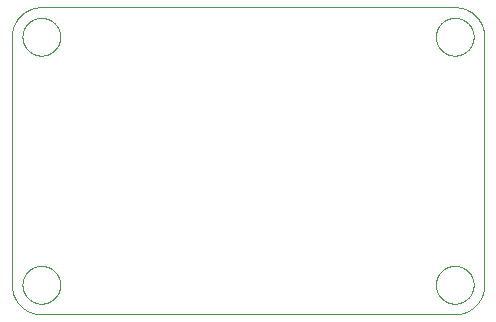
<source format=gbp>
G75*
%MOIN*%
%OFA0B0*%
%FSLAX25Y25*%
%IPPOS*%
%LPD*%
%AMOC8*
5,1,8,0,0,1.08239X$1,22.5*
%
%ADD10C,0.00000*%
D10*
X0013611Y0003769D02*
X0151406Y0003769D01*
X0145107Y0013611D02*
X0145109Y0013769D01*
X0145115Y0013927D01*
X0145125Y0014085D01*
X0145139Y0014243D01*
X0145157Y0014400D01*
X0145178Y0014557D01*
X0145204Y0014713D01*
X0145234Y0014869D01*
X0145267Y0015024D01*
X0145305Y0015177D01*
X0145346Y0015330D01*
X0145391Y0015482D01*
X0145440Y0015633D01*
X0145493Y0015782D01*
X0145549Y0015930D01*
X0145609Y0016076D01*
X0145673Y0016221D01*
X0145741Y0016364D01*
X0145812Y0016506D01*
X0145886Y0016646D01*
X0145964Y0016783D01*
X0146046Y0016919D01*
X0146130Y0017053D01*
X0146219Y0017184D01*
X0146310Y0017313D01*
X0146405Y0017440D01*
X0146502Y0017565D01*
X0146603Y0017687D01*
X0146707Y0017806D01*
X0146814Y0017923D01*
X0146924Y0018037D01*
X0147037Y0018148D01*
X0147152Y0018257D01*
X0147270Y0018362D01*
X0147391Y0018464D01*
X0147514Y0018564D01*
X0147640Y0018660D01*
X0147768Y0018753D01*
X0147898Y0018843D01*
X0148031Y0018929D01*
X0148166Y0019013D01*
X0148302Y0019092D01*
X0148441Y0019169D01*
X0148582Y0019241D01*
X0148724Y0019311D01*
X0148868Y0019376D01*
X0149014Y0019438D01*
X0149161Y0019496D01*
X0149310Y0019551D01*
X0149460Y0019602D01*
X0149611Y0019649D01*
X0149763Y0019692D01*
X0149916Y0019731D01*
X0150071Y0019767D01*
X0150226Y0019798D01*
X0150382Y0019826D01*
X0150538Y0019850D01*
X0150695Y0019870D01*
X0150853Y0019886D01*
X0151010Y0019898D01*
X0151169Y0019906D01*
X0151327Y0019910D01*
X0151485Y0019910D01*
X0151643Y0019906D01*
X0151802Y0019898D01*
X0151959Y0019886D01*
X0152117Y0019870D01*
X0152274Y0019850D01*
X0152430Y0019826D01*
X0152586Y0019798D01*
X0152741Y0019767D01*
X0152896Y0019731D01*
X0153049Y0019692D01*
X0153201Y0019649D01*
X0153352Y0019602D01*
X0153502Y0019551D01*
X0153651Y0019496D01*
X0153798Y0019438D01*
X0153944Y0019376D01*
X0154088Y0019311D01*
X0154230Y0019241D01*
X0154371Y0019169D01*
X0154510Y0019092D01*
X0154646Y0019013D01*
X0154781Y0018929D01*
X0154914Y0018843D01*
X0155044Y0018753D01*
X0155172Y0018660D01*
X0155298Y0018564D01*
X0155421Y0018464D01*
X0155542Y0018362D01*
X0155660Y0018257D01*
X0155775Y0018148D01*
X0155888Y0018037D01*
X0155998Y0017923D01*
X0156105Y0017806D01*
X0156209Y0017687D01*
X0156310Y0017565D01*
X0156407Y0017440D01*
X0156502Y0017313D01*
X0156593Y0017184D01*
X0156682Y0017053D01*
X0156766Y0016919D01*
X0156848Y0016783D01*
X0156926Y0016646D01*
X0157000Y0016506D01*
X0157071Y0016364D01*
X0157139Y0016221D01*
X0157203Y0016076D01*
X0157263Y0015930D01*
X0157319Y0015782D01*
X0157372Y0015633D01*
X0157421Y0015482D01*
X0157466Y0015330D01*
X0157507Y0015177D01*
X0157545Y0015024D01*
X0157578Y0014869D01*
X0157608Y0014713D01*
X0157634Y0014557D01*
X0157655Y0014400D01*
X0157673Y0014243D01*
X0157687Y0014085D01*
X0157697Y0013927D01*
X0157703Y0013769D01*
X0157705Y0013611D01*
X0157703Y0013453D01*
X0157697Y0013295D01*
X0157687Y0013137D01*
X0157673Y0012979D01*
X0157655Y0012822D01*
X0157634Y0012665D01*
X0157608Y0012509D01*
X0157578Y0012353D01*
X0157545Y0012198D01*
X0157507Y0012045D01*
X0157466Y0011892D01*
X0157421Y0011740D01*
X0157372Y0011589D01*
X0157319Y0011440D01*
X0157263Y0011292D01*
X0157203Y0011146D01*
X0157139Y0011001D01*
X0157071Y0010858D01*
X0157000Y0010716D01*
X0156926Y0010576D01*
X0156848Y0010439D01*
X0156766Y0010303D01*
X0156682Y0010169D01*
X0156593Y0010038D01*
X0156502Y0009909D01*
X0156407Y0009782D01*
X0156310Y0009657D01*
X0156209Y0009535D01*
X0156105Y0009416D01*
X0155998Y0009299D01*
X0155888Y0009185D01*
X0155775Y0009074D01*
X0155660Y0008965D01*
X0155542Y0008860D01*
X0155421Y0008758D01*
X0155298Y0008658D01*
X0155172Y0008562D01*
X0155044Y0008469D01*
X0154914Y0008379D01*
X0154781Y0008293D01*
X0154646Y0008209D01*
X0154510Y0008130D01*
X0154371Y0008053D01*
X0154230Y0007981D01*
X0154088Y0007911D01*
X0153944Y0007846D01*
X0153798Y0007784D01*
X0153651Y0007726D01*
X0153502Y0007671D01*
X0153352Y0007620D01*
X0153201Y0007573D01*
X0153049Y0007530D01*
X0152896Y0007491D01*
X0152741Y0007455D01*
X0152586Y0007424D01*
X0152430Y0007396D01*
X0152274Y0007372D01*
X0152117Y0007352D01*
X0151959Y0007336D01*
X0151802Y0007324D01*
X0151643Y0007316D01*
X0151485Y0007312D01*
X0151327Y0007312D01*
X0151169Y0007316D01*
X0151010Y0007324D01*
X0150853Y0007336D01*
X0150695Y0007352D01*
X0150538Y0007372D01*
X0150382Y0007396D01*
X0150226Y0007424D01*
X0150071Y0007455D01*
X0149916Y0007491D01*
X0149763Y0007530D01*
X0149611Y0007573D01*
X0149460Y0007620D01*
X0149310Y0007671D01*
X0149161Y0007726D01*
X0149014Y0007784D01*
X0148868Y0007846D01*
X0148724Y0007911D01*
X0148582Y0007981D01*
X0148441Y0008053D01*
X0148302Y0008130D01*
X0148166Y0008209D01*
X0148031Y0008293D01*
X0147898Y0008379D01*
X0147768Y0008469D01*
X0147640Y0008562D01*
X0147514Y0008658D01*
X0147391Y0008758D01*
X0147270Y0008860D01*
X0147152Y0008965D01*
X0147037Y0009074D01*
X0146924Y0009185D01*
X0146814Y0009299D01*
X0146707Y0009416D01*
X0146603Y0009535D01*
X0146502Y0009657D01*
X0146405Y0009782D01*
X0146310Y0009909D01*
X0146219Y0010038D01*
X0146130Y0010169D01*
X0146046Y0010303D01*
X0145964Y0010439D01*
X0145886Y0010576D01*
X0145812Y0010716D01*
X0145741Y0010858D01*
X0145673Y0011001D01*
X0145609Y0011146D01*
X0145549Y0011292D01*
X0145493Y0011440D01*
X0145440Y0011589D01*
X0145391Y0011740D01*
X0145346Y0011892D01*
X0145305Y0012045D01*
X0145267Y0012198D01*
X0145234Y0012353D01*
X0145204Y0012509D01*
X0145178Y0012665D01*
X0145157Y0012822D01*
X0145139Y0012979D01*
X0145125Y0013137D01*
X0145115Y0013295D01*
X0145109Y0013453D01*
X0145107Y0013611D01*
X0151406Y0003768D02*
X0151644Y0003771D01*
X0151882Y0003779D01*
X0152119Y0003794D01*
X0152356Y0003814D01*
X0152592Y0003840D01*
X0152828Y0003871D01*
X0153063Y0003908D01*
X0153297Y0003951D01*
X0153530Y0004000D01*
X0153762Y0004054D01*
X0153992Y0004114D01*
X0154221Y0004179D01*
X0154448Y0004250D01*
X0154673Y0004326D01*
X0154896Y0004408D01*
X0155118Y0004495D01*
X0155337Y0004587D01*
X0155554Y0004685D01*
X0155768Y0004787D01*
X0155980Y0004895D01*
X0156190Y0005009D01*
X0156396Y0005127D01*
X0156600Y0005250D01*
X0156800Y0005378D01*
X0156997Y0005510D01*
X0157192Y0005648D01*
X0157382Y0005790D01*
X0157570Y0005937D01*
X0157753Y0006088D01*
X0157933Y0006243D01*
X0158109Y0006403D01*
X0158281Y0006567D01*
X0158450Y0006736D01*
X0158614Y0006908D01*
X0158774Y0007084D01*
X0158929Y0007264D01*
X0159080Y0007447D01*
X0159227Y0007635D01*
X0159369Y0007825D01*
X0159507Y0008020D01*
X0159639Y0008217D01*
X0159767Y0008417D01*
X0159890Y0008621D01*
X0160008Y0008827D01*
X0160122Y0009037D01*
X0160230Y0009249D01*
X0160332Y0009463D01*
X0160430Y0009680D01*
X0160522Y0009899D01*
X0160609Y0010121D01*
X0160691Y0010344D01*
X0160767Y0010569D01*
X0160838Y0010796D01*
X0160903Y0011025D01*
X0160963Y0011255D01*
X0161017Y0011487D01*
X0161066Y0011720D01*
X0161109Y0011954D01*
X0161146Y0012189D01*
X0161177Y0012425D01*
X0161203Y0012661D01*
X0161223Y0012898D01*
X0161238Y0013135D01*
X0161246Y0013373D01*
X0161249Y0013611D01*
X0161249Y0096288D01*
X0145107Y0096288D02*
X0145109Y0096446D01*
X0145115Y0096604D01*
X0145125Y0096762D01*
X0145139Y0096920D01*
X0145157Y0097077D01*
X0145178Y0097234D01*
X0145204Y0097390D01*
X0145234Y0097546D01*
X0145267Y0097701D01*
X0145305Y0097854D01*
X0145346Y0098007D01*
X0145391Y0098159D01*
X0145440Y0098310D01*
X0145493Y0098459D01*
X0145549Y0098607D01*
X0145609Y0098753D01*
X0145673Y0098898D01*
X0145741Y0099041D01*
X0145812Y0099183D01*
X0145886Y0099323D01*
X0145964Y0099460D01*
X0146046Y0099596D01*
X0146130Y0099730D01*
X0146219Y0099861D01*
X0146310Y0099990D01*
X0146405Y0100117D01*
X0146502Y0100242D01*
X0146603Y0100364D01*
X0146707Y0100483D01*
X0146814Y0100600D01*
X0146924Y0100714D01*
X0147037Y0100825D01*
X0147152Y0100934D01*
X0147270Y0101039D01*
X0147391Y0101141D01*
X0147514Y0101241D01*
X0147640Y0101337D01*
X0147768Y0101430D01*
X0147898Y0101520D01*
X0148031Y0101606D01*
X0148166Y0101690D01*
X0148302Y0101769D01*
X0148441Y0101846D01*
X0148582Y0101918D01*
X0148724Y0101988D01*
X0148868Y0102053D01*
X0149014Y0102115D01*
X0149161Y0102173D01*
X0149310Y0102228D01*
X0149460Y0102279D01*
X0149611Y0102326D01*
X0149763Y0102369D01*
X0149916Y0102408D01*
X0150071Y0102444D01*
X0150226Y0102475D01*
X0150382Y0102503D01*
X0150538Y0102527D01*
X0150695Y0102547D01*
X0150853Y0102563D01*
X0151010Y0102575D01*
X0151169Y0102583D01*
X0151327Y0102587D01*
X0151485Y0102587D01*
X0151643Y0102583D01*
X0151802Y0102575D01*
X0151959Y0102563D01*
X0152117Y0102547D01*
X0152274Y0102527D01*
X0152430Y0102503D01*
X0152586Y0102475D01*
X0152741Y0102444D01*
X0152896Y0102408D01*
X0153049Y0102369D01*
X0153201Y0102326D01*
X0153352Y0102279D01*
X0153502Y0102228D01*
X0153651Y0102173D01*
X0153798Y0102115D01*
X0153944Y0102053D01*
X0154088Y0101988D01*
X0154230Y0101918D01*
X0154371Y0101846D01*
X0154510Y0101769D01*
X0154646Y0101690D01*
X0154781Y0101606D01*
X0154914Y0101520D01*
X0155044Y0101430D01*
X0155172Y0101337D01*
X0155298Y0101241D01*
X0155421Y0101141D01*
X0155542Y0101039D01*
X0155660Y0100934D01*
X0155775Y0100825D01*
X0155888Y0100714D01*
X0155998Y0100600D01*
X0156105Y0100483D01*
X0156209Y0100364D01*
X0156310Y0100242D01*
X0156407Y0100117D01*
X0156502Y0099990D01*
X0156593Y0099861D01*
X0156682Y0099730D01*
X0156766Y0099596D01*
X0156848Y0099460D01*
X0156926Y0099323D01*
X0157000Y0099183D01*
X0157071Y0099041D01*
X0157139Y0098898D01*
X0157203Y0098753D01*
X0157263Y0098607D01*
X0157319Y0098459D01*
X0157372Y0098310D01*
X0157421Y0098159D01*
X0157466Y0098007D01*
X0157507Y0097854D01*
X0157545Y0097701D01*
X0157578Y0097546D01*
X0157608Y0097390D01*
X0157634Y0097234D01*
X0157655Y0097077D01*
X0157673Y0096920D01*
X0157687Y0096762D01*
X0157697Y0096604D01*
X0157703Y0096446D01*
X0157705Y0096288D01*
X0157703Y0096130D01*
X0157697Y0095972D01*
X0157687Y0095814D01*
X0157673Y0095656D01*
X0157655Y0095499D01*
X0157634Y0095342D01*
X0157608Y0095186D01*
X0157578Y0095030D01*
X0157545Y0094875D01*
X0157507Y0094722D01*
X0157466Y0094569D01*
X0157421Y0094417D01*
X0157372Y0094266D01*
X0157319Y0094117D01*
X0157263Y0093969D01*
X0157203Y0093823D01*
X0157139Y0093678D01*
X0157071Y0093535D01*
X0157000Y0093393D01*
X0156926Y0093253D01*
X0156848Y0093116D01*
X0156766Y0092980D01*
X0156682Y0092846D01*
X0156593Y0092715D01*
X0156502Y0092586D01*
X0156407Y0092459D01*
X0156310Y0092334D01*
X0156209Y0092212D01*
X0156105Y0092093D01*
X0155998Y0091976D01*
X0155888Y0091862D01*
X0155775Y0091751D01*
X0155660Y0091642D01*
X0155542Y0091537D01*
X0155421Y0091435D01*
X0155298Y0091335D01*
X0155172Y0091239D01*
X0155044Y0091146D01*
X0154914Y0091056D01*
X0154781Y0090970D01*
X0154646Y0090886D01*
X0154510Y0090807D01*
X0154371Y0090730D01*
X0154230Y0090658D01*
X0154088Y0090588D01*
X0153944Y0090523D01*
X0153798Y0090461D01*
X0153651Y0090403D01*
X0153502Y0090348D01*
X0153352Y0090297D01*
X0153201Y0090250D01*
X0153049Y0090207D01*
X0152896Y0090168D01*
X0152741Y0090132D01*
X0152586Y0090101D01*
X0152430Y0090073D01*
X0152274Y0090049D01*
X0152117Y0090029D01*
X0151959Y0090013D01*
X0151802Y0090001D01*
X0151643Y0089993D01*
X0151485Y0089989D01*
X0151327Y0089989D01*
X0151169Y0089993D01*
X0151010Y0090001D01*
X0150853Y0090013D01*
X0150695Y0090029D01*
X0150538Y0090049D01*
X0150382Y0090073D01*
X0150226Y0090101D01*
X0150071Y0090132D01*
X0149916Y0090168D01*
X0149763Y0090207D01*
X0149611Y0090250D01*
X0149460Y0090297D01*
X0149310Y0090348D01*
X0149161Y0090403D01*
X0149014Y0090461D01*
X0148868Y0090523D01*
X0148724Y0090588D01*
X0148582Y0090658D01*
X0148441Y0090730D01*
X0148302Y0090807D01*
X0148166Y0090886D01*
X0148031Y0090970D01*
X0147898Y0091056D01*
X0147768Y0091146D01*
X0147640Y0091239D01*
X0147514Y0091335D01*
X0147391Y0091435D01*
X0147270Y0091537D01*
X0147152Y0091642D01*
X0147037Y0091751D01*
X0146924Y0091862D01*
X0146814Y0091976D01*
X0146707Y0092093D01*
X0146603Y0092212D01*
X0146502Y0092334D01*
X0146405Y0092459D01*
X0146310Y0092586D01*
X0146219Y0092715D01*
X0146130Y0092846D01*
X0146046Y0092980D01*
X0145964Y0093116D01*
X0145886Y0093253D01*
X0145812Y0093393D01*
X0145741Y0093535D01*
X0145673Y0093678D01*
X0145609Y0093823D01*
X0145549Y0093969D01*
X0145493Y0094117D01*
X0145440Y0094266D01*
X0145391Y0094417D01*
X0145346Y0094569D01*
X0145305Y0094722D01*
X0145267Y0094875D01*
X0145234Y0095030D01*
X0145204Y0095186D01*
X0145178Y0095342D01*
X0145157Y0095499D01*
X0145139Y0095656D01*
X0145125Y0095814D01*
X0145115Y0095972D01*
X0145109Y0096130D01*
X0145107Y0096288D01*
X0151406Y0106131D02*
X0151644Y0106128D01*
X0151882Y0106120D01*
X0152119Y0106105D01*
X0152356Y0106085D01*
X0152592Y0106059D01*
X0152828Y0106028D01*
X0153063Y0105991D01*
X0153297Y0105948D01*
X0153530Y0105899D01*
X0153762Y0105845D01*
X0153992Y0105785D01*
X0154221Y0105720D01*
X0154448Y0105649D01*
X0154673Y0105573D01*
X0154896Y0105491D01*
X0155118Y0105404D01*
X0155337Y0105312D01*
X0155554Y0105214D01*
X0155768Y0105112D01*
X0155980Y0105004D01*
X0156190Y0104890D01*
X0156396Y0104772D01*
X0156600Y0104649D01*
X0156800Y0104521D01*
X0156997Y0104389D01*
X0157192Y0104251D01*
X0157382Y0104109D01*
X0157570Y0103962D01*
X0157753Y0103811D01*
X0157933Y0103656D01*
X0158109Y0103496D01*
X0158281Y0103332D01*
X0158450Y0103163D01*
X0158614Y0102991D01*
X0158774Y0102815D01*
X0158929Y0102635D01*
X0159080Y0102452D01*
X0159227Y0102264D01*
X0159369Y0102074D01*
X0159507Y0101879D01*
X0159639Y0101682D01*
X0159767Y0101482D01*
X0159890Y0101278D01*
X0160008Y0101072D01*
X0160122Y0100862D01*
X0160230Y0100650D01*
X0160332Y0100436D01*
X0160430Y0100219D01*
X0160522Y0100000D01*
X0160609Y0099778D01*
X0160691Y0099555D01*
X0160767Y0099330D01*
X0160838Y0099103D01*
X0160903Y0098874D01*
X0160963Y0098644D01*
X0161017Y0098412D01*
X0161066Y0098179D01*
X0161109Y0097945D01*
X0161146Y0097710D01*
X0161177Y0097474D01*
X0161203Y0097238D01*
X0161223Y0097001D01*
X0161238Y0096764D01*
X0161246Y0096526D01*
X0161249Y0096288D01*
X0151406Y0106131D02*
X0013611Y0106131D01*
X0007312Y0096288D02*
X0007314Y0096446D01*
X0007320Y0096604D01*
X0007330Y0096762D01*
X0007344Y0096920D01*
X0007362Y0097077D01*
X0007383Y0097234D01*
X0007409Y0097390D01*
X0007439Y0097546D01*
X0007472Y0097701D01*
X0007510Y0097854D01*
X0007551Y0098007D01*
X0007596Y0098159D01*
X0007645Y0098310D01*
X0007698Y0098459D01*
X0007754Y0098607D01*
X0007814Y0098753D01*
X0007878Y0098898D01*
X0007946Y0099041D01*
X0008017Y0099183D01*
X0008091Y0099323D01*
X0008169Y0099460D01*
X0008251Y0099596D01*
X0008335Y0099730D01*
X0008424Y0099861D01*
X0008515Y0099990D01*
X0008610Y0100117D01*
X0008707Y0100242D01*
X0008808Y0100364D01*
X0008912Y0100483D01*
X0009019Y0100600D01*
X0009129Y0100714D01*
X0009242Y0100825D01*
X0009357Y0100934D01*
X0009475Y0101039D01*
X0009596Y0101141D01*
X0009719Y0101241D01*
X0009845Y0101337D01*
X0009973Y0101430D01*
X0010103Y0101520D01*
X0010236Y0101606D01*
X0010371Y0101690D01*
X0010507Y0101769D01*
X0010646Y0101846D01*
X0010787Y0101918D01*
X0010929Y0101988D01*
X0011073Y0102053D01*
X0011219Y0102115D01*
X0011366Y0102173D01*
X0011515Y0102228D01*
X0011665Y0102279D01*
X0011816Y0102326D01*
X0011968Y0102369D01*
X0012121Y0102408D01*
X0012276Y0102444D01*
X0012431Y0102475D01*
X0012587Y0102503D01*
X0012743Y0102527D01*
X0012900Y0102547D01*
X0013058Y0102563D01*
X0013215Y0102575D01*
X0013374Y0102583D01*
X0013532Y0102587D01*
X0013690Y0102587D01*
X0013848Y0102583D01*
X0014007Y0102575D01*
X0014164Y0102563D01*
X0014322Y0102547D01*
X0014479Y0102527D01*
X0014635Y0102503D01*
X0014791Y0102475D01*
X0014946Y0102444D01*
X0015101Y0102408D01*
X0015254Y0102369D01*
X0015406Y0102326D01*
X0015557Y0102279D01*
X0015707Y0102228D01*
X0015856Y0102173D01*
X0016003Y0102115D01*
X0016149Y0102053D01*
X0016293Y0101988D01*
X0016435Y0101918D01*
X0016576Y0101846D01*
X0016715Y0101769D01*
X0016851Y0101690D01*
X0016986Y0101606D01*
X0017119Y0101520D01*
X0017249Y0101430D01*
X0017377Y0101337D01*
X0017503Y0101241D01*
X0017626Y0101141D01*
X0017747Y0101039D01*
X0017865Y0100934D01*
X0017980Y0100825D01*
X0018093Y0100714D01*
X0018203Y0100600D01*
X0018310Y0100483D01*
X0018414Y0100364D01*
X0018515Y0100242D01*
X0018612Y0100117D01*
X0018707Y0099990D01*
X0018798Y0099861D01*
X0018887Y0099730D01*
X0018971Y0099596D01*
X0019053Y0099460D01*
X0019131Y0099323D01*
X0019205Y0099183D01*
X0019276Y0099041D01*
X0019344Y0098898D01*
X0019408Y0098753D01*
X0019468Y0098607D01*
X0019524Y0098459D01*
X0019577Y0098310D01*
X0019626Y0098159D01*
X0019671Y0098007D01*
X0019712Y0097854D01*
X0019750Y0097701D01*
X0019783Y0097546D01*
X0019813Y0097390D01*
X0019839Y0097234D01*
X0019860Y0097077D01*
X0019878Y0096920D01*
X0019892Y0096762D01*
X0019902Y0096604D01*
X0019908Y0096446D01*
X0019910Y0096288D01*
X0019908Y0096130D01*
X0019902Y0095972D01*
X0019892Y0095814D01*
X0019878Y0095656D01*
X0019860Y0095499D01*
X0019839Y0095342D01*
X0019813Y0095186D01*
X0019783Y0095030D01*
X0019750Y0094875D01*
X0019712Y0094722D01*
X0019671Y0094569D01*
X0019626Y0094417D01*
X0019577Y0094266D01*
X0019524Y0094117D01*
X0019468Y0093969D01*
X0019408Y0093823D01*
X0019344Y0093678D01*
X0019276Y0093535D01*
X0019205Y0093393D01*
X0019131Y0093253D01*
X0019053Y0093116D01*
X0018971Y0092980D01*
X0018887Y0092846D01*
X0018798Y0092715D01*
X0018707Y0092586D01*
X0018612Y0092459D01*
X0018515Y0092334D01*
X0018414Y0092212D01*
X0018310Y0092093D01*
X0018203Y0091976D01*
X0018093Y0091862D01*
X0017980Y0091751D01*
X0017865Y0091642D01*
X0017747Y0091537D01*
X0017626Y0091435D01*
X0017503Y0091335D01*
X0017377Y0091239D01*
X0017249Y0091146D01*
X0017119Y0091056D01*
X0016986Y0090970D01*
X0016851Y0090886D01*
X0016715Y0090807D01*
X0016576Y0090730D01*
X0016435Y0090658D01*
X0016293Y0090588D01*
X0016149Y0090523D01*
X0016003Y0090461D01*
X0015856Y0090403D01*
X0015707Y0090348D01*
X0015557Y0090297D01*
X0015406Y0090250D01*
X0015254Y0090207D01*
X0015101Y0090168D01*
X0014946Y0090132D01*
X0014791Y0090101D01*
X0014635Y0090073D01*
X0014479Y0090049D01*
X0014322Y0090029D01*
X0014164Y0090013D01*
X0014007Y0090001D01*
X0013848Y0089993D01*
X0013690Y0089989D01*
X0013532Y0089989D01*
X0013374Y0089993D01*
X0013215Y0090001D01*
X0013058Y0090013D01*
X0012900Y0090029D01*
X0012743Y0090049D01*
X0012587Y0090073D01*
X0012431Y0090101D01*
X0012276Y0090132D01*
X0012121Y0090168D01*
X0011968Y0090207D01*
X0011816Y0090250D01*
X0011665Y0090297D01*
X0011515Y0090348D01*
X0011366Y0090403D01*
X0011219Y0090461D01*
X0011073Y0090523D01*
X0010929Y0090588D01*
X0010787Y0090658D01*
X0010646Y0090730D01*
X0010507Y0090807D01*
X0010371Y0090886D01*
X0010236Y0090970D01*
X0010103Y0091056D01*
X0009973Y0091146D01*
X0009845Y0091239D01*
X0009719Y0091335D01*
X0009596Y0091435D01*
X0009475Y0091537D01*
X0009357Y0091642D01*
X0009242Y0091751D01*
X0009129Y0091862D01*
X0009019Y0091976D01*
X0008912Y0092093D01*
X0008808Y0092212D01*
X0008707Y0092334D01*
X0008610Y0092459D01*
X0008515Y0092586D01*
X0008424Y0092715D01*
X0008335Y0092846D01*
X0008251Y0092980D01*
X0008169Y0093116D01*
X0008091Y0093253D01*
X0008017Y0093393D01*
X0007946Y0093535D01*
X0007878Y0093678D01*
X0007814Y0093823D01*
X0007754Y0093969D01*
X0007698Y0094117D01*
X0007645Y0094266D01*
X0007596Y0094417D01*
X0007551Y0094569D01*
X0007510Y0094722D01*
X0007472Y0094875D01*
X0007439Y0095030D01*
X0007409Y0095186D01*
X0007383Y0095342D01*
X0007362Y0095499D01*
X0007344Y0095656D01*
X0007330Y0095814D01*
X0007320Y0095972D01*
X0007314Y0096130D01*
X0007312Y0096288D01*
X0003769Y0096288D02*
X0003769Y0013611D01*
X0007312Y0013611D02*
X0007314Y0013769D01*
X0007320Y0013927D01*
X0007330Y0014085D01*
X0007344Y0014243D01*
X0007362Y0014400D01*
X0007383Y0014557D01*
X0007409Y0014713D01*
X0007439Y0014869D01*
X0007472Y0015024D01*
X0007510Y0015177D01*
X0007551Y0015330D01*
X0007596Y0015482D01*
X0007645Y0015633D01*
X0007698Y0015782D01*
X0007754Y0015930D01*
X0007814Y0016076D01*
X0007878Y0016221D01*
X0007946Y0016364D01*
X0008017Y0016506D01*
X0008091Y0016646D01*
X0008169Y0016783D01*
X0008251Y0016919D01*
X0008335Y0017053D01*
X0008424Y0017184D01*
X0008515Y0017313D01*
X0008610Y0017440D01*
X0008707Y0017565D01*
X0008808Y0017687D01*
X0008912Y0017806D01*
X0009019Y0017923D01*
X0009129Y0018037D01*
X0009242Y0018148D01*
X0009357Y0018257D01*
X0009475Y0018362D01*
X0009596Y0018464D01*
X0009719Y0018564D01*
X0009845Y0018660D01*
X0009973Y0018753D01*
X0010103Y0018843D01*
X0010236Y0018929D01*
X0010371Y0019013D01*
X0010507Y0019092D01*
X0010646Y0019169D01*
X0010787Y0019241D01*
X0010929Y0019311D01*
X0011073Y0019376D01*
X0011219Y0019438D01*
X0011366Y0019496D01*
X0011515Y0019551D01*
X0011665Y0019602D01*
X0011816Y0019649D01*
X0011968Y0019692D01*
X0012121Y0019731D01*
X0012276Y0019767D01*
X0012431Y0019798D01*
X0012587Y0019826D01*
X0012743Y0019850D01*
X0012900Y0019870D01*
X0013058Y0019886D01*
X0013215Y0019898D01*
X0013374Y0019906D01*
X0013532Y0019910D01*
X0013690Y0019910D01*
X0013848Y0019906D01*
X0014007Y0019898D01*
X0014164Y0019886D01*
X0014322Y0019870D01*
X0014479Y0019850D01*
X0014635Y0019826D01*
X0014791Y0019798D01*
X0014946Y0019767D01*
X0015101Y0019731D01*
X0015254Y0019692D01*
X0015406Y0019649D01*
X0015557Y0019602D01*
X0015707Y0019551D01*
X0015856Y0019496D01*
X0016003Y0019438D01*
X0016149Y0019376D01*
X0016293Y0019311D01*
X0016435Y0019241D01*
X0016576Y0019169D01*
X0016715Y0019092D01*
X0016851Y0019013D01*
X0016986Y0018929D01*
X0017119Y0018843D01*
X0017249Y0018753D01*
X0017377Y0018660D01*
X0017503Y0018564D01*
X0017626Y0018464D01*
X0017747Y0018362D01*
X0017865Y0018257D01*
X0017980Y0018148D01*
X0018093Y0018037D01*
X0018203Y0017923D01*
X0018310Y0017806D01*
X0018414Y0017687D01*
X0018515Y0017565D01*
X0018612Y0017440D01*
X0018707Y0017313D01*
X0018798Y0017184D01*
X0018887Y0017053D01*
X0018971Y0016919D01*
X0019053Y0016783D01*
X0019131Y0016646D01*
X0019205Y0016506D01*
X0019276Y0016364D01*
X0019344Y0016221D01*
X0019408Y0016076D01*
X0019468Y0015930D01*
X0019524Y0015782D01*
X0019577Y0015633D01*
X0019626Y0015482D01*
X0019671Y0015330D01*
X0019712Y0015177D01*
X0019750Y0015024D01*
X0019783Y0014869D01*
X0019813Y0014713D01*
X0019839Y0014557D01*
X0019860Y0014400D01*
X0019878Y0014243D01*
X0019892Y0014085D01*
X0019902Y0013927D01*
X0019908Y0013769D01*
X0019910Y0013611D01*
X0019908Y0013453D01*
X0019902Y0013295D01*
X0019892Y0013137D01*
X0019878Y0012979D01*
X0019860Y0012822D01*
X0019839Y0012665D01*
X0019813Y0012509D01*
X0019783Y0012353D01*
X0019750Y0012198D01*
X0019712Y0012045D01*
X0019671Y0011892D01*
X0019626Y0011740D01*
X0019577Y0011589D01*
X0019524Y0011440D01*
X0019468Y0011292D01*
X0019408Y0011146D01*
X0019344Y0011001D01*
X0019276Y0010858D01*
X0019205Y0010716D01*
X0019131Y0010576D01*
X0019053Y0010439D01*
X0018971Y0010303D01*
X0018887Y0010169D01*
X0018798Y0010038D01*
X0018707Y0009909D01*
X0018612Y0009782D01*
X0018515Y0009657D01*
X0018414Y0009535D01*
X0018310Y0009416D01*
X0018203Y0009299D01*
X0018093Y0009185D01*
X0017980Y0009074D01*
X0017865Y0008965D01*
X0017747Y0008860D01*
X0017626Y0008758D01*
X0017503Y0008658D01*
X0017377Y0008562D01*
X0017249Y0008469D01*
X0017119Y0008379D01*
X0016986Y0008293D01*
X0016851Y0008209D01*
X0016715Y0008130D01*
X0016576Y0008053D01*
X0016435Y0007981D01*
X0016293Y0007911D01*
X0016149Y0007846D01*
X0016003Y0007784D01*
X0015856Y0007726D01*
X0015707Y0007671D01*
X0015557Y0007620D01*
X0015406Y0007573D01*
X0015254Y0007530D01*
X0015101Y0007491D01*
X0014946Y0007455D01*
X0014791Y0007424D01*
X0014635Y0007396D01*
X0014479Y0007372D01*
X0014322Y0007352D01*
X0014164Y0007336D01*
X0014007Y0007324D01*
X0013848Y0007316D01*
X0013690Y0007312D01*
X0013532Y0007312D01*
X0013374Y0007316D01*
X0013215Y0007324D01*
X0013058Y0007336D01*
X0012900Y0007352D01*
X0012743Y0007372D01*
X0012587Y0007396D01*
X0012431Y0007424D01*
X0012276Y0007455D01*
X0012121Y0007491D01*
X0011968Y0007530D01*
X0011816Y0007573D01*
X0011665Y0007620D01*
X0011515Y0007671D01*
X0011366Y0007726D01*
X0011219Y0007784D01*
X0011073Y0007846D01*
X0010929Y0007911D01*
X0010787Y0007981D01*
X0010646Y0008053D01*
X0010507Y0008130D01*
X0010371Y0008209D01*
X0010236Y0008293D01*
X0010103Y0008379D01*
X0009973Y0008469D01*
X0009845Y0008562D01*
X0009719Y0008658D01*
X0009596Y0008758D01*
X0009475Y0008860D01*
X0009357Y0008965D01*
X0009242Y0009074D01*
X0009129Y0009185D01*
X0009019Y0009299D01*
X0008912Y0009416D01*
X0008808Y0009535D01*
X0008707Y0009657D01*
X0008610Y0009782D01*
X0008515Y0009909D01*
X0008424Y0010038D01*
X0008335Y0010169D01*
X0008251Y0010303D01*
X0008169Y0010439D01*
X0008091Y0010576D01*
X0008017Y0010716D01*
X0007946Y0010858D01*
X0007878Y0011001D01*
X0007814Y0011146D01*
X0007754Y0011292D01*
X0007698Y0011440D01*
X0007645Y0011589D01*
X0007596Y0011740D01*
X0007551Y0011892D01*
X0007510Y0012045D01*
X0007472Y0012198D01*
X0007439Y0012353D01*
X0007409Y0012509D01*
X0007383Y0012665D01*
X0007362Y0012822D01*
X0007344Y0012979D01*
X0007330Y0013137D01*
X0007320Y0013295D01*
X0007314Y0013453D01*
X0007312Y0013611D01*
X0003768Y0013611D02*
X0003771Y0013373D01*
X0003779Y0013135D01*
X0003794Y0012898D01*
X0003814Y0012661D01*
X0003840Y0012425D01*
X0003871Y0012189D01*
X0003908Y0011954D01*
X0003951Y0011720D01*
X0004000Y0011487D01*
X0004054Y0011255D01*
X0004114Y0011025D01*
X0004179Y0010796D01*
X0004250Y0010569D01*
X0004326Y0010344D01*
X0004408Y0010121D01*
X0004495Y0009899D01*
X0004587Y0009680D01*
X0004685Y0009463D01*
X0004787Y0009249D01*
X0004895Y0009037D01*
X0005009Y0008827D01*
X0005127Y0008621D01*
X0005250Y0008417D01*
X0005378Y0008217D01*
X0005510Y0008020D01*
X0005648Y0007825D01*
X0005790Y0007635D01*
X0005937Y0007447D01*
X0006088Y0007264D01*
X0006243Y0007084D01*
X0006403Y0006908D01*
X0006567Y0006736D01*
X0006736Y0006567D01*
X0006908Y0006403D01*
X0007084Y0006243D01*
X0007264Y0006088D01*
X0007447Y0005937D01*
X0007635Y0005790D01*
X0007825Y0005648D01*
X0008020Y0005510D01*
X0008217Y0005378D01*
X0008417Y0005250D01*
X0008621Y0005127D01*
X0008827Y0005009D01*
X0009037Y0004895D01*
X0009249Y0004787D01*
X0009463Y0004685D01*
X0009680Y0004587D01*
X0009899Y0004495D01*
X0010121Y0004408D01*
X0010344Y0004326D01*
X0010569Y0004250D01*
X0010796Y0004179D01*
X0011025Y0004114D01*
X0011255Y0004054D01*
X0011487Y0004000D01*
X0011720Y0003951D01*
X0011954Y0003908D01*
X0012189Y0003871D01*
X0012425Y0003840D01*
X0012661Y0003814D01*
X0012898Y0003794D01*
X0013135Y0003779D01*
X0013373Y0003771D01*
X0013611Y0003768D01*
X0003768Y0096288D02*
X0003771Y0096526D01*
X0003779Y0096764D01*
X0003794Y0097001D01*
X0003814Y0097238D01*
X0003840Y0097474D01*
X0003871Y0097710D01*
X0003908Y0097945D01*
X0003951Y0098179D01*
X0004000Y0098412D01*
X0004054Y0098644D01*
X0004114Y0098874D01*
X0004179Y0099103D01*
X0004250Y0099330D01*
X0004326Y0099555D01*
X0004408Y0099778D01*
X0004495Y0100000D01*
X0004587Y0100219D01*
X0004685Y0100436D01*
X0004787Y0100650D01*
X0004895Y0100862D01*
X0005009Y0101072D01*
X0005127Y0101278D01*
X0005250Y0101482D01*
X0005378Y0101682D01*
X0005510Y0101879D01*
X0005648Y0102074D01*
X0005790Y0102264D01*
X0005937Y0102452D01*
X0006088Y0102635D01*
X0006243Y0102815D01*
X0006403Y0102991D01*
X0006567Y0103163D01*
X0006736Y0103332D01*
X0006908Y0103496D01*
X0007084Y0103656D01*
X0007264Y0103811D01*
X0007447Y0103962D01*
X0007635Y0104109D01*
X0007825Y0104251D01*
X0008020Y0104389D01*
X0008217Y0104521D01*
X0008417Y0104649D01*
X0008621Y0104772D01*
X0008827Y0104890D01*
X0009037Y0105004D01*
X0009249Y0105112D01*
X0009463Y0105214D01*
X0009680Y0105312D01*
X0009899Y0105404D01*
X0010121Y0105491D01*
X0010344Y0105573D01*
X0010569Y0105649D01*
X0010796Y0105720D01*
X0011025Y0105785D01*
X0011255Y0105845D01*
X0011487Y0105899D01*
X0011720Y0105948D01*
X0011954Y0105991D01*
X0012189Y0106028D01*
X0012425Y0106059D01*
X0012661Y0106085D01*
X0012898Y0106105D01*
X0013135Y0106120D01*
X0013373Y0106128D01*
X0013611Y0106131D01*
M02*

</source>
